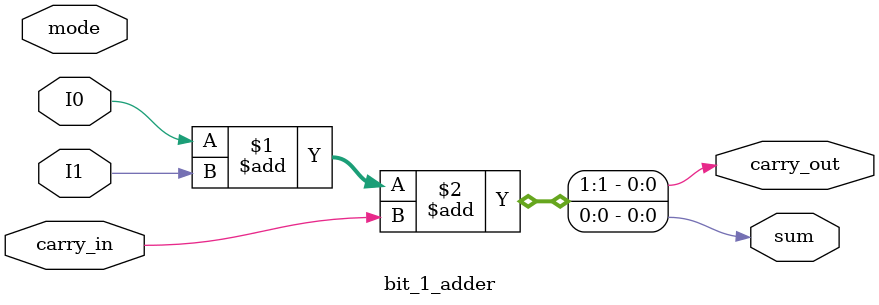
<source format=v>
module bit_1_adder(I0,I1,carry_in,mode,sum,carry_out);
	input I0,I1,carry_in,mode;
	output sum,carry_out;
	assign {carry_out,sum} = I0 + I1 + carry_in;
endmodule
</source>
